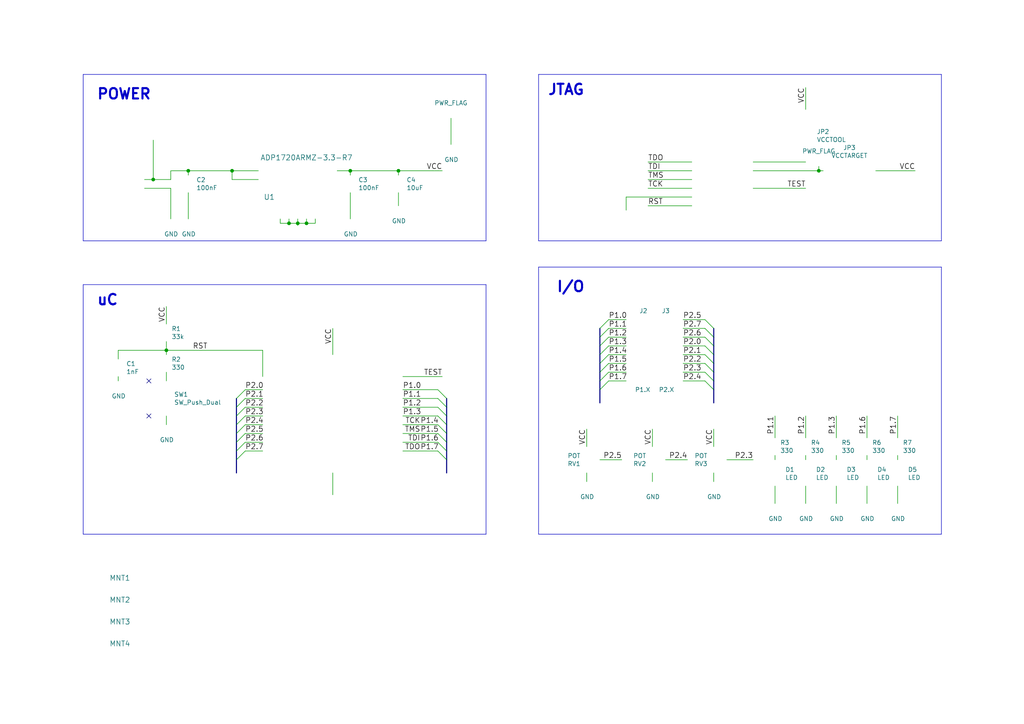
<source format=kicad_sch>
(kicad_sch (version 20230121) (generator eeschema)
  (paper "A4")
  (title_block (title "MSP430 Demo Board") (date "2017-03-30") (rev "A") (comment 1 "MSP430 Demo Board") (comment 2 "Andrés Manelli"))
  (lib_symbols)
  (junction (at 44.45 52.07))
  (junction (at 83.82 64.77))
  (junction (at 48.26 101.6))
  (junction (at 86.36 64.77))
  (junction (at 54.61 49.53))
  (junction (at 237.49 49.53))
  (junction (at 101.6 49.53))
  (junction (at 67.31 49.53))
  (junction (at 88.9 64.77))
  (junction (at 115.57 49.53))
  (no_connect (at 43.18 110.49))
  (no_connect (at 43.18 120.65))
  (bus_entry (at 207.01 102.87) (size -2.54 -2.54))
  (bus_entry (at 129.54 120.65) (size -2.54 -2.54))
  (bus_entry (at 173.99 95.25) (size 2.54 -2.54))
  (bus_entry (at 129.54 125.73) (size -2.54 -2.54))
  (bus_entry (at 68.58 125.73) (size 2.54 -2.54))
  (bus_entry (at 129.54 130.81) (size -2.54 -2.54))
  (bus_entry (at 207.01 110.49) (size -2.54 -2.54))
  (bus_entry (at 129.54 118.11) (size -2.54 -2.54))
  (bus_entry (at 207.01 105.41) (size -2.54 -2.54))
  (bus_entry (at 173.99 105.41) (size 2.54 -2.54))
  (bus_entry (at 207.01 95.25) (size -2.54 -2.54))
  (bus_entry (at 207.01 100.33) (size -2.54 -2.54))
  (bus_entry (at 207.01 113.03) (size -2.54 -2.54))
  (bus_entry (at 129.54 128.27) (size -2.54 -2.54))
  (bus_entry (at 129.54 133.35) (size -2.54 -2.54))
  (bus_entry (at 68.58 115.57) (size 2.54 -2.54))
  (bus_entry (at 68.58 120.65) (size 2.54 -2.54))
  (bus_entry (at 68.58 130.81) (size 2.54 -2.54))
  (bus_entry (at 68.58 118.11) (size 2.54 -2.54))
  (bus_entry (at 173.99 113.03) (size 2.54 -2.54))
  (bus_entry (at 68.58 133.35) (size 2.54 -2.54))
  (bus_entry (at 173.99 107.95) (size 2.54 -2.54))
  (bus_entry (at 129.54 115.57) (size -2.54 -2.54))
  (bus_entry (at 207.01 97.79) (size -2.54 -2.54))
  (bus_entry (at 173.99 97.79) (size 2.54 -2.54))
  (bus_entry (at 173.99 110.49) (size 2.54 -2.54))
  (bus_entry (at 68.58 123.19) (size 2.54 -2.54))
  (bus_entry (at 207.01 107.95) (size -2.54 -2.54))
  (bus_entry (at 129.54 123.19) (size -2.54 -2.54))
  (bus_entry (at 173.99 102.87) (size 2.54 -2.54))
  (bus_entry (at 173.99 100.33) (size 2.54 -2.54))
  (bus_entry (at 68.58 128.27) (size 2.54 -2.54))
  (wire (pts (xy 170.18 129.54) (xy 170.18 124.46)))
  (wire (pts (xy 233.68 140.97) (xy 233.68 146.05)))
  (wire (pts (xy 83.82 63.5) (xy 83.82 64.77)))
  (wire (pts (xy 189.23 137.16) (xy 189.23 139.7)))
  (wire (pts (xy 67.31 52.07) (xy 67.31 49.53)))
  (wire (pts (xy 49.53 52.07) (xy 49.53 49.53)))
  (bus (pts (xy 68.58 128.27) (xy 68.58 130.81)))
  (wire (pts (xy 233.68 127) (xy 233.68 120.65)))
  (wire (pts (xy 176.53 97.79) (xy 181.61 97.79)))
  (polyline (pts (xy 24.13 154.94) (xy 140.97 154.94)))
  (wire (pts (xy 116.84 125.73) (xy 127 125.73)))
  (wire (pts (xy 48.26 101.6) (xy 76.2 101.6)))
  (wire (pts (xy 34.29 101.6) (xy 48.26 101.6)))
  (wire (pts (xy 224.79 127) (xy 224.79 120.65)))
  (polyline (pts (xy 273.05 154.94) (xy 156.21 154.94)))
  (bus (pts (xy 207.01 102.87) (xy 207.01 105.41)))
  (wire (pts (xy 237.49 48.26) (xy 237.49 49.53)))
  (bus (pts (xy 129.54 128.27) (xy 129.54 130.81)))
  (bus (pts (xy 173.99 100.33) (xy 173.99 102.87)))
  (polyline (pts (xy 140.97 21.59) (xy 24.13 21.59)))
  (bus (pts (xy 173.99 95.25) (xy 173.99 97.79)))
  (wire (pts (xy 242.57 127) (xy 242.57 120.65)))
  (bus (pts (xy 173.99 97.79) (xy 173.99 100.33)))
  (wire (pts (xy 260.35 127) (xy 260.35 120.65)))
  (bus (pts (xy 68.58 118.11) (xy 68.58 120.65)))
  (wire (pts (xy 176.53 100.33) (xy 181.61 100.33)))
  (bus (pts (xy 129.54 123.19) (xy 129.54 125.73)))
  (polyline (pts (xy 140.97 154.94) (xy 140.97 82.55)))
  (bus (pts (xy 68.58 120.65) (xy 68.58 123.19)))
  (wire (pts (xy 71.12 115.57) (xy 76.2 115.57)))
  (wire (pts (xy 49.53 49.53) (xy 54.61 49.53)))
  (wire (pts (xy 71.12 120.65) (xy 76.2 120.65)))
  (bus (pts (xy 68.58 123.19) (xy 68.58 125.73)))
  (wire (pts (xy 198.12 102.87) (xy 204.47 102.87)))
  (wire (pts (xy 176.53 107.95) (xy 181.61 107.95)))
  (wire (pts (xy 130.81 34.29) (xy 130.81 41.91)))
  (wire (pts (xy 76.2 101.6) (xy 76.2 109.22)))
  (wire (pts (xy 116.84 109.22) (xy 128.27 109.22)))
  (wire (pts (xy 200.66 46.99) (xy 187.96 46.99)))
  (wire (pts (xy 260.35 140.97) (xy 260.35 146.05)))
  (wire (pts (xy 83.82 64.77) (xy 86.36 64.77)))
  (polyline (pts (xy 156.21 21.59) (xy 273.05 21.59)))
  (wire (pts (xy 71.12 130.81) (xy 76.2 130.81)))
  (wire (pts (xy 116.84 115.57) (xy 127 115.57)))
  (wire (pts (xy 101.6 63.5) (xy 101.6 55.88)))
  (wire (pts (xy 198.12 95.25) (xy 204.47 95.25)))
  (wire (pts (xy 218.44 46.99) (xy 233.68 46.99)))
  (wire (pts (xy 71.12 118.11) (xy 76.2 118.11)))
  (wire (pts (xy 198.12 110.49) (xy 204.47 110.49)))
  (wire (pts (xy 224.79 132.08) (xy 224.79 133.35)))
  (wire (pts (xy 198.12 92.71) (xy 204.47 92.71)))
  (bus (pts (xy 129.54 118.11) (xy 129.54 120.65)))
  (bus (pts (xy 173.99 102.87) (xy 173.99 105.41)))
  (wire (pts (xy 218.44 54.61) (xy 233.68 54.61)))
  (wire (pts (xy 173.99 133.35) (xy 180.34 133.35)))
  (wire (pts (xy 116.84 113.03) (xy 127 113.03)))
  (bus (pts (xy 173.99 113.03) (xy 173.99 116.84)))
  (wire (pts (xy 218.44 49.53) (xy 237.49 49.53)))
  (bus (pts (xy 207.01 105.41) (xy 207.01 107.95)))
  (wire (pts (xy 200.66 59.69) (xy 187.96 59.69)))
  (wire (pts (xy 251.46 140.97) (xy 251.46 146.05)))
  (wire (pts (xy 237.49 49.53) (xy 238.76 49.53)))
  (wire (pts (xy 48.26 93.98) (xy 48.26 88.9)))
  (wire (pts (xy 96.52 102.87) (xy 96.52 95.25)))
  (wire (pts (xy 48.26 99.06) (xy 48.26 101.6)))
  (wire (pts (xy 200.66 49.53) (xy 187.96 49.53)))
  (polyline (pts (xy 156.21 77.47) (xy 273.05 77.47)))
  (wire (pts (xy 34.29 109.22) (xy 34.29 110.49)))
  (polyline (pts (xy 140.97 69.85) (xy 140.97 21.59)))
  (wire (pts (xy 67.31 49.53) (xy 74.93 49.53)))
  (wire (pts (xy 193.04 133.35) (xy 199.39 133.35)))
  (wire (pts (xy 48.26 120.65) (xy 48.26 123.19)))
  (wire (pts (xy 116.84 130.81) (xy 127 130.81)))
  (wire (pts (xy 44.45 52.07) (xy 49.53 52.07)))
  (wire (pts (xy 176.53 110.49) (xy 181.61 110.49)))
  (wire (pts (xy 67.31 52.07) (xy 74.93 52.07)))
  (wire (pts (xy 91.44 64.77) (xy 91.44 63.5)))
  (wire (pts (xy 41.91 52.07) (xy 44.45 52.07)))
  (wire (pts (xy 48.26 101.6) (xy 48.26 102.87)))
  (wire (pts (xy 242.57 140.97) (xy 242.57 146.05)))
  (wire (pts (xy 116.84 123.19) (xy 127 123.19)))
  (wire (pts (xy 176.53 95.25) (xy 181.61 95.25)))
  (wire (pts (xy 200.66 52.07) (xy 187.96 52.07)))
  (bus (pts (xy 173.99 107.95) (xy 173.99 110.49)))
  (polyline (pts (xy 273.05 77.47) (xy 273.05 154.94)))
  (wire (pts (xy 71.12 128.27) (xy 76.2 128.27)))
  (bus (pts (xy 129.54 133.35) (xy 129.54 137.16)))
  (wire (pts (xy 198.12 97.79) (xy 204.47 97.79)))
  (bus (pts (xy 68.58 130.81) (xy 68.58 133.35)))
  (wire (pts (xy 48.26 107.95) (xy 48.26 110.49)))
  (wire (pts (xy 176.53 102.87) (xy 181.61 102.87)))
  (bus (pts (xy 173.99 105.41) (xy 173.99 107.95)))
  (wire (pts (xy 176.53 92.71) (xy 181.61 92.71)))
  (wire (pts (xy 86.36 64.77) (xy 88.9 64.77)))
  (bus (pts (xy 129.54 120.65) (xy 129.54 123.19)))
  (wire (pts (xy 115.57 55.88) (xy 115.57 59.69)))
  (wire (pts (xy 88.9 64.77) (xy 91.44 64.77)))
  (wire (pts (xy 251.46 127) (xy 251.46 120.65)))
  (wire (pts (xy 189.23 129.54) (xy 189.23 124.46)))
  (bus (pts (xy 207.01 97.79) (xy 207.01 100.33)))
  (wire (pts (xy 71.12 125.73) (xy 76.2 125.73)))
  (wire (pts (xy 41.91 54.61) (xy 49.53 54.61)))
  (bus (pts (xy 129.54 125.73) (xy 129.54 128.27)))
  (wire (pts (xy 49.53 54.61) (xy 49.53 63.5)))
  (wire (pts (xy 116.84 118.11) (xy 127 118.11)))
  (wire (pts (xy 198.12 107.95) (xy 204.47 107.95)))
  (wire (pts (xy 224.79 140.97) (xy 224.79 146.05)))
  (polyline (pts (xy 156.21 69.85) (xy 156.21 21.59)))
  (wire (pts (xy 176.53 105.41) (xy 181.61 105.41)))
  (wire (pts (xy 181.61 57.15) (xy 200.66 57.15)))
  (polyline (pts (xy 24.13 21.59) (xy 24.13 69.85)))
  (wire (pts (xy 207.01 129.54) (xy 207.01 124.46)))
  (wire (pts (xy 170.18 137.16) (xy 170.18 139.7)))
  (bus (pts (xy 129.54 130.81) (xy 129.54 133.35)))
  (wire (pts (xy 115.57 49.53) (xy 115.57 50.8)))
  (wire (pts (xy 116.84 128.27) (xy 127 128.27)))
  (bus (pts (xy 207.01 100.33) (xy 207.01 102.87)))
  (wire (pts (xy 54.61 49.53) (xy 67.31 49.53)))
  (bus (pts (xy 68.58 125.73) (xy 68.58 128.27)))
  (polyline (pts (xy 156.21 154.94) (xy 156.21 77.47)))
  (bus (pts (xy 207.01 113.03) (xy 207.01 116.84)))
  (wire (pts (xy 71.12 113.03) (xy 76.2 113.03)))
  (wire (pts (xy 115.57 49.53) (xy 128.27 49.53)))
  (wire (pts (xy 97.79 49.53) (xy 101.6 49.53)))
  (wire (pts (xy 198.12 100.33) (xy 204.47 100.33)))
  (wire (pts (xy 233.68 132.08) (xy 233.68 133.35)))
  (wire (pts (xy 198.12 105.41) (xy 204.47 105.41)))
  (polyline (pts (xy 24.13 69.85) (xy 140.97 69.85)))
  (bus (pts (xy 207.01 95.25) (xy 207.01 97.79)))
  (wire (pts (xy 251.46 132.08) (xy 251.46 133.35)))
  (bus (pts (xy 129.54 115.57) (xy 129.54 118.11)))
  (wire (pts (xy 242.57 132.08) (xy 242.57 133.35)))
  (bus (pts (xy 68.58 115.57) (xy 68.58 118.11)))
  (wire (pts (xy 210.82 133.35) (xy 218.44 133.35)))
  (polyline (pts (xy 273.05 69.85) (xy 156.21 69.85)))
  (wire (pts (xy 254 49.53) (xy 265.43 49.53)))
  (wire (pts (xy 81.28 63.5) (xy 81.28 64.77)))
  (bus (pts (xy 207.01 107.95) (xy 207.01 110.49)))
  (wire (pts (xy 71.12 123.19) (xy 76.2 123.19)))
  (wire (pts (xy 88.9 63.5) (xy 88.9 64.77)))
  (wire (pts (xy 86.36 64.77) (xy 86.36 63.5)))
  (wire (pts (xy 34.29 104.14) (xy 34.29 101.6)))
  (bus (pts (xy 173.99 110.49) (xy 173.99 113.03)))
  (polyline (pts (xy 273.05 21.59) (xy 273.05 69.85)))
  (wire (pts (xy 116.84 120.65) (xy 127 120.65)))
  (bus (pts (xy 207.01 110.49) (xy 207.01 113.03)))
  (wire (pts (xy 54.61 55.88) (xy 54.61 63.5)))
  (polyline (pts (xy 24.13 82.55) (xy 24.13 154.94)))
  (wire (pts (xy 44.45 40.64) (xy 44.45 52.07)))
  (wire (pts (xy 260.35 132.08) (xy 260.35 133.35)))
  (wire (pts (xy 101.6 49.53) (xy 115.57 49.53)))
  (wire (pts (xy 101.6 49.53) (xy 101.6 50.8)))
  (polyline (pts (xy 140.97 82.55) (xy 24.13 82.55)))
  (wire (pts (xy 233.68 25.4) (xy 233.68 31.75)))
  (wire (pts (xy 54.61 50.8) (xy 54.61 49.53)))
  (wire (pts (xy 181.61 57.15) (xy 181.61 60.96)))
  (wire (pts (xy 96.52 137.16) (xy 96.52 143.51)))
  (wire (pts (xy 86.36 65.405) (xy 86.36 64.77)))
  (wire (pts (xy 200.66 54.61) (xy 187.96 54.61)))
  (wire (pts (xy 207.01 137.16) (xy 207.01 139.7)))
  (wire (pts (xy 81.28 64.77) (xy 83.82 64.77)))
  (bus (pts (xy 68.58 133.35) (xy 68.58 137.16)))
  (text "POWER" (at 27.94 29.21 0) (effects (font (size 2.9972 2.9972) (thickness 0.5994) bold) (justify left bottom)))
  (text "JTAG" (at 158.75 27.94 0) (effects (font (size 2.9972 2.9972) (thickness 0.5994) bold) (justify left bottom)))
  (text "uC" (at 27.94 88.9 0) (effects (font (size 2.9972 2.9972) (thickness 0.5994) bold) (justify left bottom)))
  (text "I/O" (at 161.29 85.09 0) (effects (font (size 2.9972 2.9972) (thickness 0.5994) bold) (justify left bottom)))
  (label "P2.4" (at 71.12 123.19 0) (effects (font (size 1.524 1.524))))
  (label "TCK" (at 187.96 54.61 0) (effects (font (size 1.524 1.524))))
  (label "P2.5" (at 198.12 92.71 0) (effects (font (size 1.524 1.524))))
  (label "P2.7" (at 71.12 130.81 0) (effects (font (size 1.524 1.524))))
  (label "VCC" (at 48.26 88.9 270) (effects (font (size 1.524 1.524))))
  (label "P2.3" (at 198.12 107.95 0) (effects (font (size 1.524 1.524))))
  (label "VCC" (at 207.01 124.46 270) (effects (font (size 1.524 1.524))))
  (label "P1.1" (at 116.84 115.57 0) (effects (font (size 1.524 1.524))))
  (label "P2.1" (at 71.12 115.57 0) (effects (font (size 1.524 1.524))))
  (label "P2.6" (at 71.12 128.27 0) (effects (font (size 1.524 1.524))))
  (label "P2.6" (at 198.12 97.79 0) (effects (font (size 1.524 1.524))))
  (label "P1.7" (at 260.35 120.65 270) (effects (font (size 1.524 1.524))))
  (label "P1.5" (at 121.92 125.73 0) (effects (font (size 1.524 1.524))))
  (label "TEST" (at 233.68 54.61 180) (effects (font (size 1.524 1.524))))
  (label "P1.2" (at 233.68 120.65 270) (effects (font (size 1.524 1.524))))
  (label "P1.3" (at 116.84 120.65 0) (effects (font (size 1.524 1.524))))
  (label "P2.5" (at 180.34 133.35 180) (effects (font (size 1.524 1.524))))
  (label "P2.2" (at 71.12 118.11 0) (effects (font (size 1.524 1.524))))
  (label "TCK" (at 121.92 123.19 180) (effects (font (size 1.524 1.524))))
  (label "P1.4" (at 176.53 102.87 0) (effects (font (size 1.524 1.524))))
  (label "P1.6" (at 251.46 120.65 270) (effects (font (size 1.524 1.524))))
  (label "RST" (at 55.88 101.6 0) (effects (font (size 1.524 1.524))))
  (label "P2.5" (at 71.12 125.73 0) (effects (font (size 1.524 1.524))))
  (label "TMS" (at 121.92 125.73 180) (effects (font (size 1.524 1.524))))
  (label "P1.5" (at 176.53 105.41 0) (effects (font (size 1.524 1.524))))
  (label "P1.3" (at 176.53 100.33 0) (effects (font (size 1.524 1.524))))
  (label "P1.0" (at 116.84 113.03 0) (effects (font (size 1.524 1.524))))
  (label "P1.1" (at 176.53 95.25 0) (effects (font (size 1.524 1.524))))
  (label "VCC" (at 189.23 124.46 270) (effects (font (size 1.524 1.524))))
  (label "P2.2" (at 198.12 105.41 0) (effects (font (size 1.524 1.524))))
  (label "TDO" (at 187.96 46.99 0) (effects (font (size 1.524 1.524))))
  (label "VCC" (at 233.68 25.4 270) (effects (font (size 1.524 1.524))))
  (label "P2.3" (at 218.44 133.35 180) (effects (font (size 1.524 1.524))))
  (label "TDI" (at 121.92 128.27 180) (effects (font (size 1.524 1.524))))
  (label "TDI" (at 187.96 49.53 0) (effects (font (size 1.524 1.524))))
  (label "P1.3" (at 242.57 120.65 270) (effects (font (size 1.524 1.524))))
  (label "TDO" (at 121.92 130.81 180) (effects (font (size 1.524 1.524))))
  (label "RST" (at 187.96 59.69 0) (effects (font (size 1.524 1.524))))
  (label "P2.7" (at 198.12 95.25 0) (effects (font (size 1.524 1.524))))
  (label "P2.0" (at 198.12 100.33 0) (effects (font (size 1.524 1.524))))
  (label "P2.4" (at 198.12 110.49 0) (effects (font (size 1.524 1.524))))
  (label "P1.2" (at 116.84 118.11 0) (effects (font (size 1.524 1.524))))
  (label "P1.2" (at 176.53 97.79 0) (effects (font (size 1.524 1.524))))
  (label "TEST" (at 128.27 109.22 180) (effects (font (size 1.524 1.524))))
  (label "VCC" (at 265.43 49.53 180) (effects (font (size 1.524 1.524))))
  (label "P1.6" (at 176.53 107.95 0) (effects (font (size 1.524 1.524))))
  (label "P2.4" (at 199.39 133.35 180) (effects (font (size 1.524 1.524))))
  (label "VCC" (at 170.18 124.46 270) (effects (font (size 1.524 1.524))))
  (label "P1.4" (at 121.92 123.19 0) (effects (font (size 1.524 1.524))))
  (label "P1.0" (at 176.53 92.71 0) (effects (font (size 1.524 1.524))))
  (label "P2.0" (at 71.12 113.03 0) (effects (font (size 1.524 1.524))))
  (label "P1.7" (at 121.92 130.81 0) (effects (font (size 1.524 1.524))))
  (label "VCC" (at 96.52 95.25 270) (effects (font (size 1.524 1.524))))
  (label "P2.1" (at 198.12 102.87 0) (effects (font (size 1.524 1.524))))
  (label "TMS" (at 187.96 52.07 0) (effects (font (size 1.524 1.524))))
  (label "P2.3" (at 71.12 120.65 0) (effects (font (size 1.524 1.524))))
  (label "VCC" (at 128.27 49.53 180) (effects (font (size 1.524 1.524))))
  (label "P1.6" (at 121.92 128.27 0) (effects (font (size 1.524 1.524))))
  (label "P1.7" (at 176.53 110.49 0) (effects (font (size 1.524 1.524))))
  (label "P1.1" (at 224.79 120.65 270) (effects (font (size 1.524 1.524))))
  (symbol (lib_id "MSP430F2101IRGE") (at 96.52 120.65 0) (unit 1)
    (property "Reference" "U2" (at 81.28 135.89 0))
    (property "Value" "MSP430F2101IRGE" (at 111.76 135.89 0))
    (property "Footprint" "Housings_DFN_QFN:QFN-24_4x4mm_Pitch0.5mm_NoMask" (effects hide))
  )
  (symbol (lib_id "ADP1720ARMZ-3.3-R7") (at 83.82 53.34 0) (unit 1)
    (property "Reference" "U1" (at 78.105 57.15 0) (effects (font (size 1.524 1.524))))
    (property "Value" "ADP1720ARMZ-3.3-R7" (at 88.9 45.72 0) (effects (font (size 1.524 1.524))))
    (property "Footprint" "Housings_SSOP:TSSOP-8_3x3mm_Pitch0.65mm" (effects hide))
  )
  (symbol (lib_id "C_Small") (at 101.6 53.34 0) (unit 1)
    (property "Reference" "C3" (at 103.9368 52.1716 0) (effects (justify left)))
    (property "Value" "100nF" (at 103.9368 54.483 0) (effects (justify left)))
    (property "Footprint" "Capacitors_SMD:C_0603_HandSoldering" (effects hide))
  )
  (symbol (lib_id "C_Small") (at 54.61 53.34 0) (unit 1)
    (property "Reference" "C2" (at 56.9468 52.1716 0) (effects (justify left)))
    (property "Value" "100nF" (at 56.9468 54.483 0) (effects (justify left)))
    (property "Footprint" "Capacitors_SMD:C_0603_HandSoldering" (effects hide))
  )
  (symbol (lib_id "CONN_01X02") (at 36.83 53.34 180) (unit 1)
    (property "Reference" "J1" (at 38.1 48.26 0))
    (property "Value" "VIN" (at 36.83 58.42 0))
    (property "Footprint" "Socket_Strips:Socket_Strip_Angled_1x02_Pitch2.54mm" (effects hide))
  )
  (symbol (lib_id "GND") (at 96.52 143.51 0) (unit 1)
    (property "Reference" "#PWR01" (effects hide))
    (property "Value" "GND" (at 96.647 147.9042 0))
  )
  (symbol (lib_id "R_Small") (at 48.26 96.52 0) (unit 1)
    (property "Reference" "R1" (at 49.7586 95.3516 0) (effects (justify left)))
    (property "Value" "33k" (at 49.7586 97.663 0) (effects (justify left)))
    (property "Footprint" "Resistors_SMD:R_0603_HandSoldering" (effects hide))
  )
  (symbol (lib_id "R_Small") (at 48.26 105.41 0) (unit 1)
    (property "Reference" "R2" (at 49.7586 104.2416 0) (effects (justify left)))
    (property "Value" "330" (at 49.7586 106.553 0) (effects (justify left)))
    (property "Footprint" "Resistors_SMD:R_0603_HandSoldering" (effects hide))
  )
  (symbol (lib_id "GND") (at 48.26 123.19 0) (unit 1)
    (property "Reference" "#PWR02" (effects hide))
    (property "Value" "GND" (at 48.387 127.5842 0))
  )
  (symbol (lib_id "C_Small") (at 34.29 106.68 0) (unit 1)
    (property "Reference" "C1" (at 36.6268 105.5116 0) (effects (justify left)))
    (property "Value" "1nF" (at 36.6268 107.823 0) (effects (justify left)))
    (property "Footprint" "Capacitors_SMD:C_0603_HandSoldering" (effects hide))
  )
  (symbol (lib_id "GND") (at 34.29 110.49 0) (unit 1)
    (property "Reference" "#PWR03" (effects hide))
    (property "Value" "GND" (at 34.417 114.8842 0))
  )
  (symbol (lib_id "JTAG-MSP430") (at 207.01 58.42 0) (unit 1)
    (property "Reference" "J4" (at 209.55 39.5224 0) (effects (font (size 1.524 1.524))))
    (property "Value" "JTAG-MSP430" (at 209.55 42.2148 0) (effects (font (size 1.524 1.524))))
    (property "Footprint" "Pin_Headers:Pin_Header_Straight_2x07_Pitch2.54mm" (effects hide))
  )
  (symbol (lib_id "SW_Push_Dual") (at 43.18 115.57 90) (unit 1)
    (property "Reference" "SW1" (at 50.4952 114.4016 90) (effects (justify right)))
    (property "Value" "SW_Push_Dual" (at 50.4952 116.713 90) (effects (justify right)))
    (property "Footprint" "Buttons_Switches_THT:Push_E-Switch_KS01Q01" (effects hide))
  )
  (symbol (lib_id "PWR_FLAG") (at 130.81 34.29 0) (unit 1)
    (property "Reference" "#FLG013" (effects hide))
    (property "Value" "PWR_FLAG" (at 130.81 29.8704 0))
  )
  (symbol (lib_id "GND") (at 130.81 41.91 0) (unit 1)
    (property "Reference" "#PWR014" (effects hide))
    (property "Value" "GND" (at 130.937 46.3042 0))
  )
  (symbol (lib_id "C_Small") (at 115.57 53.34 0) (unit 1)
    (property "Reference" "C4" (at 117.9068 52.1716 0) (effects (justify left)))
    (property "Value" "10uF" (at 117.9068 54.483 0) (effects (justify left)))
    (property "Footprint" "Capacitors_SMD:C_0603_HandSoldering" (effects hide))
  )
  (symbol (lib_id "GND") (at 115.57 59.69 0) (unit 1)
    (property "Reference" "#PWR04" (effects hide))
    (property "Value" "GND" (at 115.697 64.0842 0))
  )
  (symbol (lib_id "PWR_FLAG") (at 44.45 40.64 0) (unit 1)
    (property "Reference" "#FLG015" (effects hide))
    (property "Value" "PWR_FLAG" (at 44.45 36.2204 0))
  )
  (symbol (lib_id "PWR_FLAG") (at 237.49 48.26 0) (unit 1)
    (property "Reference" "#FLG016" (effects hide))
    (property "Value" "PWR_FLAG" (at 237.49 43.8404 0))
  )
  (symbol (lib_id "LED") (at 251.46 137.16 90) (unit 1)
    (property "Reference" "D4" (at 254.4318 136.1948 90) (effects (justify right)))
    (property "Value" "LED" (at 254.4318 138.5062 90) (effects (justify right)))
    (property "Footprint" "LEDs:LED_0603" (effects hide))
  )
  (symbol (lib_id "GND") (at 251.46 146.05 0) (unit 1)
    (property "Reference" "#PWR017" (effects hide))
    (property "Value" "GND" (at 251.587 150.4442 0))
  )
  (symbol (lib_id "R_Small") (at 251.46 129.54 0) (unit 1)
    (property "Reference" "R6" (at 252.9586 128.3716 0) (effects (justify left)))
    (property "Value" "330" (at 252.9586 130.683 0) (effects (justify left)))
    (property "Footprint" "Resistors_SMD:R_0603_HandSoldering" (effects hide))
  )
  (symbol (lib_id "LED") (at 260.35 137.16 90) (unit 1)
    (property "Reference" "D5" (at 263.3218 136.1948 90) (effects (justify right)))
    (property "Value" "LED" (at 263.3218 138.5062 90) (effects (justify right)))
    (property "Footprint" "LEDs:LED_0603" (effects hide))
  )
  (symbol (lib_id "GND") (at 260.35 146.05 0) (unit 1)
    (property "Reference" "#PWR018" (effects hide))
    (property "Value" "GND" (at 260.477 150.4442 0))
  )
  (symbol (lib_id "R_Small") (at 260.35 129.54 0) (unit 1)
    (property "Reference" "R7" (at 261.8486 128.3716 0) (effects (justify left)))
    (property "Value" "330" (at 261.8486 130.683 0) (effects (justify left)))
    (property "Footprint" "Resistors_SMD:R_0603_HandSoldering" (effects hide))
  )
  (symbol (lib_id "Jumper") (at 246.38 49.53 0) (unit 1)
    (property "Reference" "JP3" (at 246.38 42.8244 0))
    (property "Value" "VCCTARGET" (at 246.38 45.1358 0))
    (property "Footprint" "Pin_Headers:Pin_Header_Straight_1x02_Pitch2.54mm" (effects hide))
  )
  (symbol (lib_id "Jumper") (at 233.68 39.37 270) (unit 1)
    (property "Reference" "JP2" (at 236.8804 38.2016 90) (effects (justify left)))
    (property "Value" "VCCTOOL" (at 236.8804 40.513 90) (effects (justify left)))
    (property "Footprint" "Pin_Headers:Pin_Header_Straight_1x02_Pitch2.54mm" (effects hide))
  )
  (symbol (lib_id "MountHole") (at 29.21 167.64 0) (unit 1)
    (property "Reference" "MNT1" (at 31.7246 167.64 0) (effects (font (size 1.4986 1.4986)) (justify left)))
    (property "Value" "MountHole" (effects hide))
    (property "Footprint" "Mounting_Holes:MountingHole_2.2mm_M2_ISO7380_Pad" (effects hide))
  )
  (symbol (lib_id "MountHole") (at 29.21 173.99 0) (unit 1)
    (property "Reference" "MNT2" (at 31.7246 173.99 0) (effects (font (size 1.4986 1.4986)) (justify left)))
    (property "Value" "MountHole" (effects hide))
    (property "Footprint" "Mounting_Holes:MountingHole_2.2mm_M2_ISO7380_Pad" (effects hide))
  )
  (symbol (lib_id "MountHole") (at 29.21 180.34 0) (unit 1)
    (property "Reference" "MNT3" (at 31.7246 180.34 0) (effects (font (size 1.4986 1.4986)) (justify left)))
    (property "Value" "MountHole" (effects hide))
    (property "Footprint" "Mounting_Holes:MountingHole_2.2mm_M2_ISO7380_Pad" (effects hide))
  )
  (symbol (lib_id "MountHole") (at 29.21 186.69 0) (unit 1)
    (property "Reference" "MNT4" (at 31.7246 186.69 0) (effects (font (size 1.4986 1.4986)) (justify left)))
    (property "Value" "MountHole" (effects hide))
    (property "Footprint" "Mounting_Holes:MountingHole_2.2mm_M2_ISO7380_Pad" (effects hide))
  )
  (symbol (lib_id "GND") (at 181.61 60.96 0) (unit 1)
    (property "Reference" "#PWR05" (effects hide))
    (property "Value" "GND" (at 181.737 65.3542 0))
  )
  (symbol (lib_id "CONN_01X08") (at 186.69 101.6 0) (unit 1)
    (property "Reference" "J2" (at 185.42 90.17 0) (effects (justify left)))
    (property "Value" "P1.X" (at 184.15 113.03 0) (effects (justify left)))
    (property "Footprint" "Pin_Headers:Pin_Header_Straight_1x08_Pitch2.54mm" (effects hide))
  )
  (symbol (lib_id "CONN_01X08") (at 193.04 101.6 0) (mirror y) (unit 1)
    (property "Reference" "J3" (at 194.31 90.17 0) (effects (justify left)))
    (property "Value" "P2.X" (at 195.58 113.03 0) (effects (justify left)))
    (property "Footprint" "Pin_Headers:Pin_Header_Straight_1x08_Pitch2.54mm" (effects hide))
  )
  (symbol (lib_id "LED") (at 224.79 137.16 90) (unit 1)
    (property "Reference" "D1" (at 227.7618 136.1948 90) (effects (justify right)))
    (property "Value" "LED" (at 227.7618 138.5062 90) (effects (justify right)))
    (property "Footprint" "LEDs:LED_0603" (effects hide))
  )
  (symbol (lib_id "LED") (at 233.68 137.16 90) (unit 1)
    (property "Reference" "D2" (at 236.6518 136.1948 90) (effects (justify right)))
    (property "Value" "LED" (at 236.6518 138.5062 90) (effects (justify right)))
    (property "Footprint" "LEDs:LED_0603" (effects hide))
  )
  (symbol (lib_id "LED") (at 242.57 137.16 90) (unit 1)
    (property "Reference" "D3" (at 245.5418 136.1948 90) (effects (justify right)))
    (property "Value" "LED" (at 245.5418 138.5062 90) (effects (justify right)))
    (property "Footprint" "LEDs:LED_0603" (effects hide))
  )
  (symbol (lib_id "POT") (at 207.01 133.35 0) (mirror x) (unit 1)
    (property "Reference" "RV3" (at 205.232 134.5184 0) (effects (justify right)))
    (property "Value" "POT" (at 205.232 132.207 0) (effects (justify right)))
    (property "Footprint" "Potentiometers:Potentiometer_Bourns_PTV09A-1_Horizontal" (effects hide))
  )
  (symbol (lib_id "POT") (at 189.23 133.35 0) (mirror x) (unit 1)
    (property "Reference" "RV2" (at 187.452 134.5184 0) (effects (justify right)))
    (property "Value" "POT" (at 187.452 132.207 0) (effects (justify right)))
    (property "Footprint" "Potentiometers:Potentiometer_Bourns_PTV09A-1_Horizontal" (effects hide))
  )
  (symbol (lib_id "POT") (at 170.18 133.35 0) (mirror x) (unit 1)
    (property "Reference" "RV1" (at 168.402 134.5184 0) (effects (justify right)))
    (property "Value" "POT" (at 168.402 132.207 0) (effects (justify right)))
    (property "Footprint" "Potentiometers:Potentiometer_Bourns_PTV09A-1_Horizontal" (effects hide))
  )
  (symbol (lib_id "GND") (at 224.79 146.05 0) (unit 1)
    (property "Reference" "#PWR06" (effects hide))
    (property "Value" "GND" (at 224.917 150.4442 0))
  )
  (symbol (lib_id "GND") (at 233.68 146.05 0) (unit 1)
    (property "Reference" "#PWR07" (effects hide))
    (property "Value" "GND" (at 233.807 150.4442 0))
  )
  (symbol (lib_id "GND") (at 242.57 146.05 0) (unit 1)
    (property "Reference" "#PWR08" (effects hide))
    (property "Value" "GND" (at 242.697 150.4442 0))
  )
  (symbol (lib_id "GND") (at 170.18 139.7 0) (unit 1)
    (property "Reference" "#PWR09" (effects hide))
    (property "Value" "GND" (at 170.307 144.0942 0))
  )
  (symbol (lib_id "GND") (at 189.23 139.7 0) (unit 1)
    (property "Reference" "#PWR010" (effects hide))
    (property "Value" "GND" (at 189.357 144.0942 0))
  )
  (symbol (lib_id "GND") (at 207.01 139.7 0) (unit 1)
    (property "Reference" "#PWR011" (effects hide))
    (property "Value" "GND" (at 207.137 144.0942 0))
  )
  (symbol (lib_id "R_Small") (at 224.79 129.54 0) (unit 1)
    (property "Reference" "R3" (at 226.2886 128.3716 0) (effects (justify left)))
    (property "Value" "330" (at 226.2886 130.683 0) (effects (justify left)))
    (property "Footprint" "Resistors_SMD:R_0603_HandSoldering" (effects hide))
  )
  (symbol (lib_id "R_Small") (at 233.68 129.54 0) (unit 1)
    (property "Reference" "R4" (at 235.1786 128.3716 0) (effects (justify left)))
    (property "Value" "330" (at 235.1786 130.683 0) (effects (justify left)))
    (property "Footprint" "Resistors_SMD:R_0603_HandSoldering" (effects hide))
  )
  (symbol (lib_id "R_Small") (at 242.57 129.54 0) (unit 1)
    (property "Reference" "R5" (at 244.0686 128.3716 0) (effects (justify left)))
    (property "Value" "330" (at 244.0686 130.683 0) (effects (justify left)))
    (property "Footprint" "Resistors_SMD:R_0603_HandSoldering" (effects hide))
  )
  (symbol (lib_id "GND") (at 86.36 65.405 0) (unit 1)
    (property "Reference" "#PWR012" (effects hide))
    (property "Value" "GND" (at 86.487 69.7992 0))
  )
  (symbol (lib_id "GND") (at 101.6 63.5 0) (unit 1)
    (property "Reference" "#PWR?" (effects hide))
    (property "Value" "GND" (at 101.727 67.8942 0))
  )
  (symbol (lib_id "GND") (at 49.53 63.5 0) (unit 1)
    (property "Reference" "#PWR?" (effects hide))
    (property "Value" "GND" (at 49.657 67.8942 0))
  )
  (symbol (lib_id "GND") (at 54.61 63.5 0) (unit 1)
    (property "Reference" "#PWR?" (effects hide))
    (property "Value" "GND" (at 54.737 67.8942 0))
  )
)
</source>
